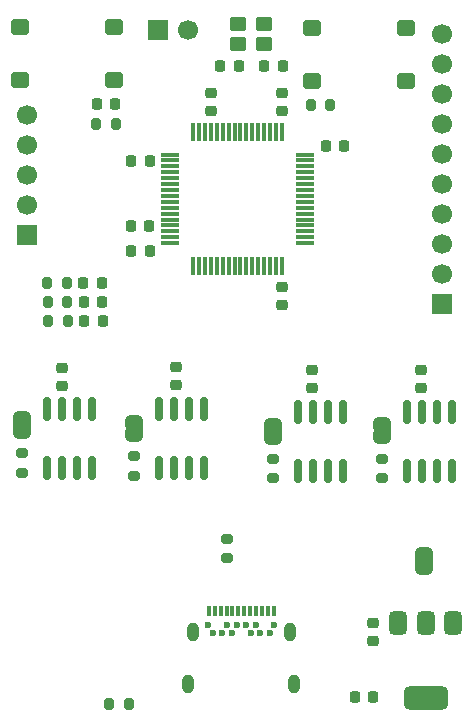
<source format=gbr>
%TF.GenerationSoftware,KiCad,Pcbnew,9.0.4*%
%TF.CreationDate,2025-09-10T15:59:19+03:00*%
%TF.ProjectId,Asius1,41736975-7331-42e6-9b69-6361645f7063,rev?*%
%TF.SameCoordinates,Original*%
%TF.FileFunction,Soldermask,Top*%
%TF.FilePolarity,Negative*%
%FSLAX46Y46*%
G04 Gerber Fmt 4.6, Leading zero omitted, Abs format (unit mm)*
G04 Created by KiCad (PCBNEW 9.0.4) date 2025-09-10 15:59:19*
%MOMM*%
%LPD*%
G01*
G04 APERTURE LIST*
G04 Aperture macros list*
%AMRoundRect*
0 Rectangle with rounded corners*
0 $1 Rounding radius*
0 $2 $3 $4 $5 $6 $7 $8 $9 X,Y pos of 4 corners*
0 Add a 4 corners polygon primitive as box body*
4,1,4,$2,$3,$4,$5,$6,$7,$8,$9,$2,$3,0*
0 Add four circle primitives for the rounded corners*
1,1,$1+$1,$2,$3*
1,1,$1+$1,$4,$5*
1,1,$1+$1,$6,$7*
1,1,$1+$1,$8,$9*
0 Add four rect primitives between the rounded corners*
20,1,$1+$1,$2,$3,$4,$5,0*
20,1,$1+$1,$4,$5,$6,$7,0*
20,1,$1+$1,$6,$7,$8,$9,0*
20,1,$1+$1,$8,$9,$2,$3,0*%
%AMFreePoly0*
4,1,23,0.500000,-0.750000,0.000000,-0.750000,0.000000,-0.745722,-0.065263,-0.745722,-0.191342,-0.711940,-0.304381,-0.646677,-0.396677,-0.554381,-0.461940,-0.441342,-0.495722,-0.315263,-0.495722,-0.250000,-0.500000,-0.250000,-0.500000,0.250000,-0.495722,0.250000,-0.495722,0.315263,-0.461940,0.441342,-0.396677,0.554381,-0.304381,0.646677,-0.191342,0.711940,-0.065263,0.745722,0.000000,0.745722,
0.000000,0.750000,0.500000,0.750000,0.500000,-0.750000,0.500000,-0.750000,$1*%
%AMFreePoly1*
4,1,23,0.000000,0.745722,0.065263,0.745722,0.191342,0.711940,0.304381,0.646677,0.396677,0.554381,0.461940,0.441342,0.495722,0.315263,0.495722,0.250000,0.500000,0.250000,0.500000,-0.250000,0.495722,-0.250000,0.495722,-0.315263,0.461940,-0.441342,0.396677,-0.554381,0.304381,-0.646677,0.191342,-0.711940,0.065263,-0.745722,0.000000,-0.745722,0.000000,-0.750000,-0.500000,-0.750000,
-0.500000,0.750000,0.000000,0.750000,0.000000,0.745722,0.000000,0.745722,$1*%
G04 Aperture macros list end*
%ADD10O,1.000000X1.600000*%
%ADD11R,0.300000X0.900000*%
%ADD12C,0.600000*%
%ADD13RoundRect,0.200000X-0.200000X-0.275000X0.200000X-0.275000X0.200000X0.275000X-0.200000X0.275000X0*%
%ADD14RoundRect,0.250000X-0.450000X-0.350000X0.450000X-0.350000X0.450000X0.350000X-0.450000X0.350000X0*%
%ADD15RoundRect,0.250000X-0.525000X-0.400000X0.525000X-0.400000X0.525000X0.400000X-0.525000X0.400000X0*%
%ADD16RoundRect,0.200000X0.200000X0.275000X-0.200000X0.275000X-0.200000X-0.275000X0.200000X-0.275000X0*%
%ADD17RoundRect,0.225000X0.250000X-0.225000X0.250000X0.225000X-0.250000X0.225000X-0.250000X-0.225000X0*%
%ADD18RoundRect,0.225000X-0.225000X-0.250000X0.225000X-0.250000X0.225000X0.250000X-0.225000X0.250000X0*%
%ADD19RoundRect,0.225000X0.225000X0.250000X-0.225000X0.250000X-0.225000X-0.250000X0.225000X-0.250000X0*%
%ADD20FreePoly0,270.000000*%
%ADD21FreePoly1,270.000000*%
%ADD22RoundRect,0.218750X0.218750X0.256250X-0.218750X0.256250X-0.218750X-0.256250X0.218750X-0.256250X0*%
%ADD23R,1.700000X1.700000*%
%ADD24C,1.700000*%
%ADD25RoundRect,0.200000X-0.275000X0.200000X-0.275000X-0.200000X0.275000X-0.200000X0.275000X0.200000X0*%
%ADD26RoundRect,0.200000X0.275000X-0.200000X0.275000X0.200000X-0.275000X0.200000X-0.275000X-0.200000X0*%
%ADD27RoundRect,0.150000X-0.150000X0.825000X-0.150000X-0.825000X0.150000X-0.825000X0.150000X0.825000X0*%
%ADD28RoundRect,0.375000X-0.375000X0.625000X-0.375000X-0.625000X0.375000X-0.625000X0.375000X0.625000X0*%
%ADD29RoundRect,0.500000X-1.400000X0.500000X-1.400000X-0.500000X1.400000X-0.500000X1.400000X0.500000X0*%
%ADD30RoundRect,0.225000X-0.250000X0.225000X-0.250000X-0.225000X0.250000X-0.225000X0.250000X0.225000X0*%
%ADD31RoundRect,0.075000X-0.075000X0.700000X-0.075000X-0.700000X0.075000X-0.700000X0.075000X0.700000X0*%
%ADD32RoundRect,0.075000X-0.700000X0.075000X-0.700000X-0.075000X0.700000X-0.075000X0.700000X0.075000X0*%
G04 APERTURE END LIST*
%TO.C,JP2*%
G36*
X90500000Y-106250000D02*
G01*
X89000000Y-106250000D01*
X89000000Y-106550000D01*
X90500000Y-106550000D01*
X90500000Y-106250000D01*
G37*
%TO.C,JP3*%
G36*
X78750000Y-106000000D02*
G01*
X77250000Y-106000000D01*
X77250000Y-106300000D01*
X78750000Y-106300000D01*
X78750000Y-106000000D01*
G37*
%TO.C,JP5*%
G36*
X103250000Y-117250000D02*
G01*
X101750000Y-117250000D01*
X101750000Y-117550000D01*
X103250000Y-117550000D01*
X103250000Y-117250000D01*
G37*
%TO.C,JP4*%
G36*
X69250000Y-105725000D02*
G01*
X67750000Y-105725000D01*
X67750000Y-106025000D01*
X69250000Y-106025000D01*
X69250000Y-105725000D01*
G37*
%TO.C,JP1*%
G36*
X99740000Y-106200000D02*
G01*
X98240000Y-106200000D01*
X98240000Y-106500000D01*
X99740000Y-106500000D01*
X99740000Y-106200000D01*
G37*
%TD*%
D10*
%TO.C,USBC1*%
X82560000Y-127810000D03*
X82920000Y-123400000D03*
X91180000Y-123400000D03*
X91540000Y-127810000D03*
D11*
X84299500Y-121600000D03*
X84800000Y-121600000D03*
X85300000Y-121600000D03*
X85800000Y-121600000D03*
X86300000Y-121600000D03*
X86800000Y-121600000D03*
X87300000Y-121600000D03*
X87800000Y-121600000D03*
X88300000Y-121600000D03*
X88800000Y-121600000D03*
X89300000Y-121600000D03*
X89800000Y-121600000D03*
D12*
X89850000Y-122810000D03*
X89450000Y-123510000D03*
X88650000Y-123510000D03*
X88250000Y-122810000D03*
X87850000Y-123510000D03*
X87450000Y-122810000D03*
X86650000Y-122810000D03*
X86250000Y-123510000D03*
X85850000Y-122810000D03*
X85450000Y-123510000D03*
X84650000Y-123510000D03*
X84250000Y-122810000D03*
%TD*%
D13*
%TO.C,R5*%
X74770000Y-80425000D03*
X76420000Y-80425000D03*
%TD*%
D14*
%TO.C,Y2*%
X86800000Y-73650000D03*
X89000000Y-73650000D03*
X89000000Y-71950000D03*
X86800000Y-71950000D03*
%TD*%
D15*
%TO.C,SW2*%
X68345000Y-72175000D03*
X76305000Y-72175000D03*
X68345000Y-76675000D03*
X76305000Y-76675000D03*
%TD*%
D16*
%TO.C,R8*%
X72325000Y-95475000D03*
X70675000Y-95475000D03*
%TD*%
D17*
%TO.C,C10*%
X81500000Y-102525000D03*
X81500000Y-100975000D03*
%TD*%
D18*
%TO.C,C9*%
X89000000Y-75450000D03*
X90550000Y-75450000D03*
%TD*%
%TO.C,C2*%
X94225000Y-82275000D03*
X95775000Y-82275000D03*
%TD*%
D19*
%TO.C,C4*%
X79275000Y-91125000D03*
X77725000Y-91125000D03*
%TD*%
D20*
%TO.C,JP2*%
X89750000Y-105750000D03*
D21*
X89750000Y-107050000D03*
%TD*%
D19*
%TO.C,C18*%
X76345000Y-78675000D03*
X74795000Y-78675000D03*
%TD*%
%TO.C,C6*%
X86825000Y-75450000D03*
X85275000Y-75450000D03*
%TD*%
D20*
%TO.C,JP3*%
X78000000Y-105500000D03*
D21*
X78000000Y-106800000D03*
%TD*%
D22*
%TO.C,D2*%
X75287500Y-95475000D03*
X73712500Y-95475000D03*
%TD*%
D17*
%TO.C,C11*%
X93000000Y-102775000D03*
X93000000Y-101225000D03*
%TD*%
D23*
%TO.C,J2*%
X104000000Y-95610000D03*
D24*
X104000000Y-93070000D03*
X104000000Y-90530000D03*
X104000000Y-87990000D03*
X104000000Y-85450000D03*
X104000000Y-82910000D03*
X104000000Y-80370000D03*
X104000000Y-77830000D03*
X104000000Y-75290000D03*
X104000000Y-72750000D03*
%TD*%
D25*
%TO.C,R9*%
X89750000Y-108750000D03*
X89750000Y-110400000D03*
%TD*%
D26*
%TO.C,R12*%
X85800000Y-117137500D03*
X85800000Y-115487500D03*
%TD*%
D27*
%TO.C,U3*%
X83905000Y-104525000D03*
X82635000Y-104525000D03*
X81365000Y-104525000D03*
X80095000Y-104525000D03*
X80095000Y-109475000D03*
X81365000Y-109475000D03*
X82635000Y-109475000D03*
X83905000Y-109475000D03*
%TD*%
D22*
%TO.C,D4*%
X75318750Y-97100000D03*
X73743750Y-97100000D03*
%TD*%
D16*
%TO.C,R1*%
X72281250Y-93875000D03*
X70631250Y-93875000D03*
%TD*%
D19*
%TO.C,C7*%
X79250000Y-89000000D03*
X77700000Y-89000000D03*
%TD*%
D28*
%TO.C,U5*%
X104950000Y-122650000D03*
X102650000Y-122650000D03*
D29*
X102650000Y-128950000D03*
D28*
X100350000Y-122650000D03*
%TD*%
D30*
%TO.C,C3*%
X90475000Y-94200000D03*
X90475000Y-95750000D03*
%TD*%
D27*
%TO.C,U2*%
X74405000Y-104525000D03*
X73135000Y-104525000D03*
X71865000Y-104525000D03*
X70595000Y-104525000D03*
X70595000Y-109475000D03*
X71865000Y-109475000D03*
X73135000Y-109475000D03*
X74405000Y-109475000D03*
%TD*%
%TO.C,U4*%
X95655000Y-104775000D03*
X94385000Y-104775000D03*
X93115000Y-104775000D03*
X91845000Y-104775000D03*
X91845000Y-109725000D03*
X93115000Y-109725000D03*
X94385000Y-109725000D03*
X95655000Y-109725000D03*
%TD*%
D25*
%TO.C,R7*%
X98990000Y-108750000D03*
X98990000Y-110400000D03*
%TD*%
D20*
%TO.C,JP5*%
X102500000Y-116750000D03*
D21*
X102500000Y-118050000D03*
%TD*%
D25*
%TO.C,R11*%
X68500000Y-108275000D03*
X68500000Y-109925000D03*
%TD*%
D17*
%TO.C,C1*%
X84475000Y-79300000D03*
X84475000Y-77750000D03*
%TD*%
D20*
%TO.C,JP4*%
X68500000Y-105225000D03*
D21*
X68500000Y-106525000D03*
%TD*%
D17*
%TO.C,C15*%
X71845000Y-102575000D03*
X71845000Y-101025000D03*
%TD*%
%TO.C,C8*%
X90475000Y-79300000D03*
X90475000Y-77750000D03*
%TD*%
D22*
%TO.C,D1*%
X75243750Y-93875000D03*
X73668750Y-93875000D03*
%TD*%
D17*
%TO.C,C12*%
X102240000Y-102775000D03*
X102240000Y-101225000D03*
%TD*%
D23*
%TO.C,J1*%
X68925000Y-89800000D03*
D24*
X68925000Y-87260000D03*
X68925000Y-84720000D03*
X68925000Y-82180000D03*
X68925000Y-79640000D03*
%TD*%
D31*
%TO.C,U1*%
X90475000Y-81050000D03*
X89975000Y-81050000D03*
X89475000Y-81050000D03*
X88975000Y-81050000D03*
X88475000Y-81050000D03*
X87975000Y-81050000D03*
X87475000Y-81050000D03*
X86975000Y-81050000D03*
X86475000Y-81050000D03*
X85975000Y-81050000D03*
X85475000Y-81050000D03*
X84975000Y-81050000D03*
X84475000Y-81050000D03*
X83975000Y-81050000D03*
X83475000Y-81050000D03*
X82975000Y-81050000D03*
D32*
X81050000Y-82975000D03*
X81050000Y-83475000D03*
X81050000Y-83975000D03*
X81050000Y-84475000D03*
X81050000Y-84975000D03*
X81050000Y-85475000D03*
X81050000Y-85975000D03*
X81050000Y-86475000D03*
X81050000Y-86975000D03*
X81050000Y-87475000D03*
X81050000Y-87975000D03*
X81050000Y-88475000D03*
X81050000Y-88975000D03*
X81050000Y-89475000D03*
X81050000Y-89975000D03*
X81050000Y-90475000D03*
D31*
X82975000Y-92400000D03*
X83475000Y-92400000D03*
X83975000Y-92400000D03*
X84475000Y-92400000D03*
X84975000Y-92400000D03*
X85475000Y-92400000D03*
X85975000Y-92400000D03*
X86475000Y-92400000D03*
X86975000Y-92400000D03*
X87475000Y-92400000D03*
X87975000Y-92400000D03*
X88475000Y-92400000D03*
X88975000Y-92400000D03*
X89475000Y-92400000D03*
X89975000Y-92400000D03*
X90475000Y-92400000D03*
D32*
X92400000Y-90475000D03*
X92400000Y-89975000D03*
X92400000Y-89475000D03*
X92400000Y-88975000D03*
X92400000Y-88475000D03*
X92400000Y-87975000D03*
X92400000Y-87475000D03*
X92400000Y-86975000D03*
X92400000Y-86475000D03*
X92400000Y-85975000D03*
X92400000Y-85475000D03*
X92400000Y-84975000D03*
X92400000Y-84475000D03*
X92400000Y-83975000D03*
X92400000Y-83475000D03*
X92400000Y-82975000D03*
%TD*%
D20*
%TO.C,JP1*%
X98990000Y-105700000D03*
D21*
X98990000Y-107000000D03*
%TD*%
D23*
%TO.C,J3*%
X80000000Y-72400000D03*
D24*
X82540000Y-72400000D03*
%TD*%
D17*
%TO.C,C13*%
X98225000Y-124200000D03*
X98225000Y-122650000D03*
%TD*%
D27*
%TO.C,U6*%
X104895000Y-104775000D03*
X103625000Y-104775000D03*
X102355000Y-104775000D03*
X101085000Y-104775000D03*
X101085000Y-109725000D03*
X102355000Y-109725000D03*
X103625000Y-109725000D03*
X104895000Y-109725000D03*
%TD*%
D18*
%TO.C,C14*%
X96675000Y-128905000D03*
X98225000Y-128905000D03*
%TD*%
D16*
%TO.C,R13*%
X77500000Y-129500000D03*
X75850000Y-129500000D03*
%TD*%
D19*
%TO.C,C5*%
X79275000Y-83525000D03*
X77725000Y-83525000D03*
%TD*%
D16*
%TO.C,R3*%
X72356250Y-97100000D03*
X70706250Y-97100000D03*
%TD*%
D25*
%TO.C,R10*%
X78000000Y-108500000D03*
X78000000Y-110150000D03*
%TD*%
D13*
%TO.C,R2*%
X92925000Y-78750000D03*
X94575000Y-78750000D03*
%TD*%
D15*
%TO.C,SW1*%
X93000000Y-72250000D03*
X100960000Y-72250000D03*
X93000000Y-76750000D03*
X100960000Y-76750000D03*
%TD*%
M02*

</source>
